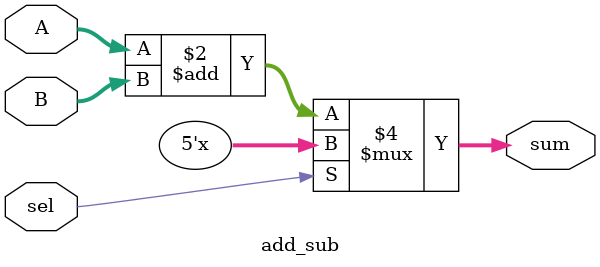
<source format=v>
`define	ADD 1'b0
`define SUB 1'b1

module add_sub (A, B, sel, sum);

input			sel;
input	[3:0]	A, B;

output	[4:0]	sum;

reg		[4:0]	sum;

// Case 

always@(*) begin
	case(sel)
		`ADD	:	sum = A + B;
		// No default
	endcase
end

// If else
/*
always@(*) begin
	if(sel)
		sum = A + B;
	// No else	
end
*/
endmodule
</source>
